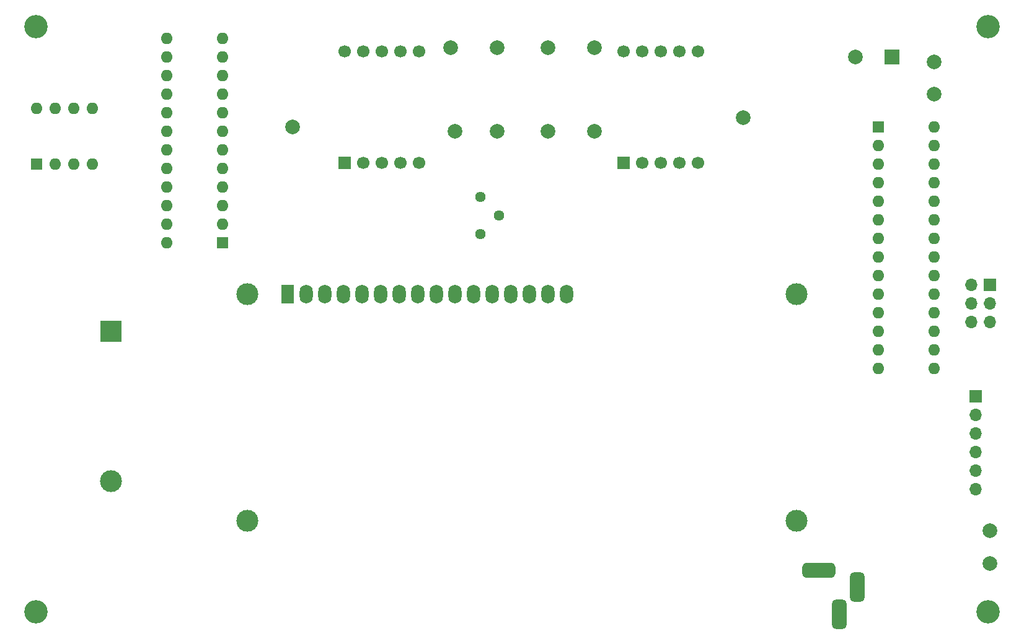
<source format=gbr>
%TF.GenerationSoftware,KiCad,Pcbnew,(6.0.5-0)*%
%TF.CreationDate,2022-07-17T22:17:14-04:00*%
%TF.ProjectId,Annahs_clock_hps,416e6e61-6873-45f6-936c-6f636b5f6870,rev?*%
%TF.SameCoordinates,Original*%
%TF.FileFunction,Soldermask,Bot*%
%TF.FilePolarity,Negative*%
%FSLAX46Y46*%
G04 Gerber Fmt 4.6, Leading zero omitted, Abs format (unit mm)*
G04 Created by KiCad (PCBNEW (6.0.5-0)) date 2022-07-17 22:17:14*
%MOMM*%
%LPD*%
G01*
G04 APERTURE LIST*
G04 Aperture macros list*
%AMRoundRect*
0 Rectangle with rounded corners*
0 $1 Rounding radius*
0 $2 $3 $4 $5 $6 $7 $8 $9 X,Y pos of 4 corners*
0 Add a 4 corners polygon primitive as box body*
4,1,4,$2,$3,$4,$5,$6,$7,$8,$9,$2,$3,0*
0 Add four circle primitives for the rounded corners*
1,1,$1+$1,$2,$3*
1,1,$1+$1,$4,$5*
1,1,$1+$1,$6,$7*
1,1,$1+$1,$8,$9*
0 Add four rect primitives between the rounded corners*
20,1,$1+$1,$2,$3,$4,$5,0*
20,1,$1+$1,$4,$5,$6,$7,0*
20,1,$1+$1,$6,$7,$8,$9,0*
20,1,$1+$1,$8,$9,$2,$3,0*%
G04 Aperture macros list end*
%ADD10C,3.200000*%
%ADD11C,1.440000*%
%ADD12C,2.000000*%
%ADD13R,1.700000X1.700000*%
%ADD14C,1.700000*%
%ADD15R,1.600000X1.600000*%
%ADD16O,1.600000X1.600000*%
%ADD17R,2.000000X2.000000*%
%ADD18C,3.000000*%
%ADD19R,1.800000X2.600000*%
%ADD20O,1.800000X2.600000*%
%ADD21RoundRect,0.500000X1.750000X0.500000X-1.750000X0.500000X-1.750000X-0.500000X1.750000X-0.500000X0*%
%ADD22RoundRect,0.500000X-0.500000X1.500000X-0.500000X-1.500000X0.500000X-1.500000X0.500000X1.500000X0*%
%ADD23O,1.700000X1.700000*%
%ADD24R,3.000000X3.000000*%
G04 APERTURE END LIST*
D10*
%TO.C,H4*%
X215000000Y-140000000D03*
%TD*%
D11*
%TO.C,RV1*%
X145665000Y-88382500D03*
X148205000Y-85842500D03*
X145665000Y-83302500D03*
%TD*%
D12*
%TO.C,TP9*%
X147955000Y-62865000D03*
%TD*%
D13*
%TO.C,U5*%
X127127000Y-78613000D03*
D14*
X129667000Y-78613000D03*
X132207000Y-78613000D03*
X134747000Y-78613000D03*
X137287000Y-78613000D03*
X137287000Y-63373000D03*
X134747000Y-63373000D03*
X132207000Y-63373000D03*
X129667000Y-63373000D03*
X127127000Y-63373000D03*
%TD*%
D12*
%TO.C,TP7*%
X142240000Y-74295000D03*
%TD*%
D15*
%TO.C,U2*%
X110490000Y-89535000D03*
D16*
X110490000Y-86995000D03*
X110490000Y-84455000D03*
X110490000Y-81915000D03*
X110490000Y-79375000D03*
X110490000Y-76835000D03*
X110490000Y-74295000D03*
X110490000Y-71755000D03*
X110490000Y-69215000D03*
X110490000Y-66675000D03*
X110490000Y-64135000D03*
X110490000Y-61595000D03*
X102870000Y-61595000D03*
X102870000Y-64135000D03*
X102870000Y-66675000D03*
X102870000Y-69215000D03*
X102870000Y-71755000D03*
X102870000Y-74295000D03*
X102870000Y-76835000D03*
X102870000Y-79375000D03*
X102870000Y-81915000D03*
X102870000Y-84455000D03*
X102870000Y-86995000D03*
X102870000Y-89535000D03*
%TD*%
D12*
%TO.C,TP5*%
X154940000Y-74295000D03*
%TD*%
%TO.C,TP14*%
X207645000Y-64770000D03*
%TD*%
%TO.C,TP10*%
X161290000Y-74295000D03*
%TD*%
D15*
%TO.C,U1*%
X85100000Y-78740000D03*
D16*
X87640000Y-78740000D03*
X90180000Y-78740000D03*
X92720000Y-78740000D03*
X92720000Y-71120000D03*
X90180000Y-71120000D03*
X87640000Y-71120000D03*
X85100000Y-71120000D03*
%TD*%
D12*
%TO.C,TP4*%
X161290000Y-62865000D03*
%TD*%
D17*
%TO.C,BZ1*%
X201930000Y-64135000D03*
D12*
X196930000Y-64135000D03*
%TD*%
D10*
%TO.C,H2*%
X215000000Y-60000000D03*
%TD*%
%TO.C,H3*%
X85000000Y-140000000D03*
%TD*%
D12*
%TO.C,TP1*%
X181610000Y-72390000D03*
%TD*%
D10*
%TO.C,H1*%
X85000000Y-60000000D03*
%TD*%
D12*
%TO.C,TP6*%
X147955000Y-74295000D03*
%TD*%
%TO.C,TP2*%
X215265000Y-128905000D03*
%TD*%
%TO.C,TP3*%
X154940000Y-62865000D03*
%TD*%
%TO.C,TP13*%
X207645000Y-69215000D03*
%TD*%
%TO.C,TP11*%
X120015000Y-73660000D03*
%TD*%
%TO.C,TP8*%
X141605000Y-62865000D03*
%TD*%
D13*
%TO.C,U4*%
X165227000Y-78613000D03*
D14*
X167767000Y-78613000D03*
X170307000Y-78613000D03*
X172847000Y-78613000D03*
X175387000Y-78613000D03*
X175387000Y-63373000D03*
X172847000Y-63373000D03*
X170307000Y-63373000D03*
X167767000Y-63373000D03*
X165227000Y-63373000D03*
%TD*%
D15*
%TO.C,UI1*%
X200035000Y-73670000D03*
D16*
X200035000Y-76210000D03*
X200035000Y-78750000D03*
X200035000Y-81290000D03*
X200035000Y-83830000D03*
X200035000Y-86370000D03*
X200035000Y-88910000D03*
X200035000Y-91450000D03*
X200035000Y-93990000D03*
X200035000Y-96530000D03*
X200035000Y-99070000D03*
X200035000Y-101610000D03*
X200035000Y-104150000D03*
X200035000Y-106690000D03*
X207655000Y-106690000D03*
X207655000Y-104150000D03*
X207655000Y-101610000D03*
X207655000Y-99070000D03*
X207655000Y-96530000D03*
X207655000Y-93990000D03*
X207655000Y-91450000D03*
X207655000Y-88910000D03*
X207655000Y-86370000D03*
X207655000Y-83830000D03*
X207655000Y-81290000D03*
X207655000Y-78750000D03*
X207655000Y-76210000D03*
X207655000Y-73670000D03*
%TD*%
D18*
%TO.C,DS1*%
X188880000Y-96520000D03*
X113880900Y-96520000D03*
X113880900Y-127520700D03*
X188879480Y-127520700D03*
D19*
X119380000Y-96520000D03*
D20*
X121920000Y-96520000D03*
X124460000Y-96520000D03*
X127000000Y-96520000D03*
X129540000Y-96520000D03*
X132080000Y-96520000D03*
X134620000Y-96520000D03*
X137160000Y-96520000D03*
X139700000Y-96520000D03*
X142240000Y-96520000D03*
X144780000Y-96520000D03*
X147320000Y-96520000D03*
X149860000Y-96520000D03*
X152400000Y-96520000D03*
X154940000Y-96520000D03*
X157480000Y-96520000D03*
%TD*%
D21*
%TO.C,J2*%
X191890000Y-134295000D03*
D22*
X197190000Y-136595000D03*
X194690000Y-140295000D03*
%TD*%
D13*
%TO.C,J1*%
X213360000Y-110490000D03*
D23*
X213360000Y-113030000D03*
X213360000Y-115570000D03*
X213360000Y-118110000D03*
X213360000Y-120650000D03*
X213360000Y-123190000D03*
%TD*%
D13*
%TO.C,J3*%
X215265000Y-95250000D03*
D23*
X212725000Y-95250000D03*
X215265000Y-97790000D03*
X212725000Y-97790000D03*
X215265000Y-100330000D03*
X212725000Y-100330000D03*
%TD*%
D12*
%TO.C,TP12*%
X215265000Y-133350000D03*
%TD*%
D24*
%TO.C,BT1*%
X95250000Y-101600000D03*
D18*
X95250000Y-122090000D03*
%TD*%
M02*

</source>
